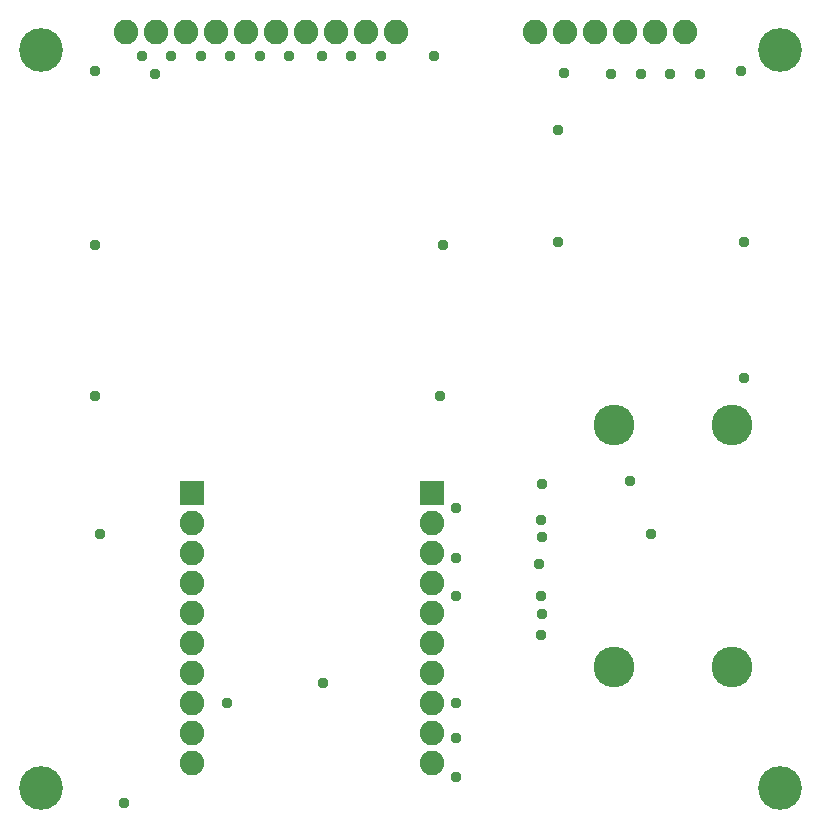
<source format=gbr>
G04 EAGLE Gerber RS-274X export*
G75*
%MOMM*%
%FSLAX34Y34*%
%LPD*%
%INSoldermask Bottom*%
%IPPOS*%
%AMOC8*
5,1,8,0,0,1.08239X$1,22.5*%
G01*
%ADD10C,3.703200*%
%ADD11C,3.453200*%
%ADD12R,2.082800X2.082800*%
%ADD13C,2.082800*%
%ADD14C,0.959600*%


D10*
X37500Y662500D03*
X662500Y662500D03*
X662500Y37500D03*
X37500Y37500D03*
D11*
X522500Y140000D03*
X622500Y140000D03*
X622500Y345000D03*
X522500Y345000D03*
D12*
X165000Y287500D03*
X368200Y287500D03*
D13*
X165000Y262100D03*
X368200Y262100D03*
X165000Y236700D03*
X368200Y236700D03*
X165000Y211300D03*
X368200Y211300D03*
X165000Y185900D03*
X368200Y185900D03*
X165000Y160500D03*
X368200Y160500D03*
X165000Y135100D03*
X368200Y135100D03*
X165000Y109700D03*
X368200Y109700D03*
X165000Y84300D03*
X368200Y84300D03*
X165000Y58900D03*
X368200Y58900D03*
X108900Y678000D03*
X134300Y678000D03*
X159700Y678000D03*
X185100Y678000D03*
X210500Y678000D03*
X235900Y678000D03*
X261300Y678000D03*
X286700Y678000D03*
X312100Y678000D03*
X337500Y678000D03*
X455500Y678000D03*
X480900Y678000D03*
X506300Y678000D03*
X531700Y678000D03*
X557100Y678000D03*
X582500Y678000D03*
D14*
X134000Y642500D03*
X480000Y643000D03*
X82500Y645000D03*
X107500Y25000D03*
X82500Y497500D03*
X82500Y370000D03*
X87500Y252500D03*
X632500Y385000D03*
X632500Y500000D03*
X630000Y645000D03*
X122500Y657500D03*
X147500Y657500D03*
X172500Y657500D03*
X197500Y657500D03*
X222500Y657500D03*
X247500Y657500D03*
X275000Y657500D03*
X300000Y657500D03*
X325000Y657500D03*
X388500Y232500D03*
X388500Y200000D03*
X388500Y110000D03*
X388500Y80000D03*
X388500Y47500D03*
X520000Y642500D03*
X545000Y642500D03*
X570000Y642500D03*
X595000Y642500D03*
X460500Y265000D03*
X460500Y200000D03*
X388500Y275000D03*
X458500Y227500D03*
X461000Y295000D03*
X536000Y297500D03*
X553500Y252500D03*
X460500Y167500D03*
X377500Y497500D03*
X375000Y370000D03*
X370000Y657500D03*
X475000Y500000D03*
X475000Y595000D03*
X195000Y110000D03*
X276000Y127000D03*
X461000Y250500D03*
X461000Y185000D03*
M02*

</source>
